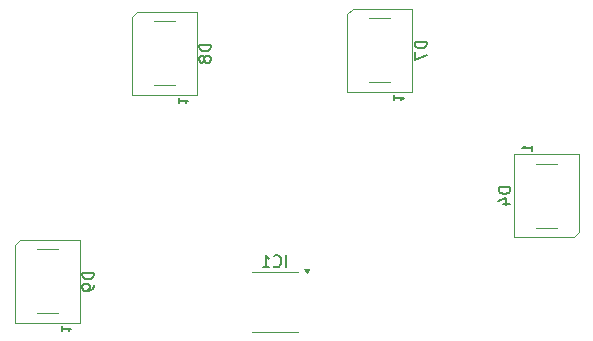
<source format=gbr>
G04 #@! TF.GenerationSoftware,KiCad,Pcbnew,9.0.1*
G04 #@! TF.CreationDate,2025-04-26T02:46:57-04:00*
G04 #@! TF.ProjectId,SwerveModuleBoard,53776572-7665-44d6-9f64-756c65426f61,REV1*
G04 #@! TF.SameCoordinates,Original*
G04 #@! TF.FileFunction,Legend,Bot*
G04 #@! TF.FilePolarity,Positive*
%FSLAX46Y46*%
G04 Gerber Fmt 4.6, Leading zero omitted, Abs format (unit mm)*
G04 Created by KiCad (PCBNEW 9.0.1) date 2025-04-26 02:46:57*
%MOMM*%
%LPD*%
G01*
G04 APERTURE LIST*
%ADD10C,0.150000*%
%ADD11C,0.120000*%
G04 APERTURE END LIST*
D10*
X94604819Y-75461905D02*
X93604819Y-75461905D01*
X93604819Y-75461905D02*
X93604819Y-75700000D01*
X93604819Y-75700000D02*
X93652438Y-75842857D01*
X93652438Y-75842857D02*
X93747676Y-75938095D01*
X93747676Y-75938095D02*
X93842914Y-75985714D01*
X93842914Y-75985714D02*
X94033390Y-76033333D01*
X94033390Y-76033333D02*
X94176247Y-76033333D01*
X94176247Y-76033333D02*
X94366723Y-75985714D01*
X94366723Y-75985714D02*
X94461961Y-75938095D01*
X94461961Y-75938095D02*
X94557200Y-75842857D01*
X94557200Y-75842857D02*
X94604819Y-75700000D01*
X94604819Y-75700000D02*
X94604819Y-75461905D01*
X94033390Y-76604762D02*
X93985771Y-76509524D01*
X93985771Y-76509524D02*
X93938152Y-76461905D01*
X93938152Y-76461905D02*
X93842914Y-76414286D01*
X93842914Y-76414286D02*
X93795295Y-76414286D01*
X93795295Y-76414286D02*
X93700057Y-76461905D01*
X93700057Y-76461905D02*
X93652438Y-76509524D01*
X93652438Y-76509524D02*
X93604819Y-76604762D01*
X93604819Y-76604762D02*
X93604819Y-76795238D01*
X93604819Y-76795238D02*
X93652438Y-76890476D01*
X93652438Y-76890476D02*
X93700057Y-76938095D01*
X93700057Y-76938095D02*
X93795295Y-76985714D01*
X93795295Y-76985714D02*
X93842914Y-76985714D01*
X93842914Y-76985714D02*
X93938152Y-76938095D01*
X93938152Y-76938095D02*
X93985771Y-76890476D01*
X93985771Y-76890476D02*
X94033390Y-76795238D01*
X94033390Y-76795238D02*
X94033390Y-76604762D01*
X94033390Y-76604762D02*
X94081009Y-76509524D01*
X94081009Y-76509524D02*
X94128628Y-76461905D01*
X94128628Y-76461905D02*
X94223866Y-76414286D01*
X94223866Y-76414286D02*
X94414342Y-76414286D01*
X94414342Y-76414286D02*
X94509580Y-76461905D01*
X94509580Y-76461905D02*
X94557200Y-76509524D01*
X94557200Y-76509524D02*
X94604819Y-76604762D01*
X94604819Y-76604762D02*
X94604819Y-76795238D01*
X94604819Y-76795238D02*
X94557200Y-76890476D01*
X94557200Y-76890476D02*
X94509580Y-76938095D01*
X94509580Y-76938095D02*
X94414342Y-76985714D01*
X94414342Y-76985714D02*
X94223866Y-76985714D01*
X94223866Y-76985714D02*
X94128628Y-76938095D01*
X94128628Y-76938095D02*
X94081009Y-76890476D01*
X94081009Y-76890476D02*
X94033390Y-76795238D01*
X91887704Y-79971428D02*
X91887704Y-80428571D01*
X91887704Y-80199999D02*
X92687704Y-80199999D01*
X92687704Y-80199999D02*
X92573419Y-80276190D01*
X92573419Y-80276190D02*
X92497228Y-80352380D01*
X92497228Y-80352380D02*
X92459133Y-80428571D01*
X119954819Y-87511905D02*
X118954819Y-87511905D01*
X118954819Y-87511905D02*
X118954819Y-87750000D01*
X118954819Y-87750000D02*
X119002438Y-87892857D01*
X119002438Y-87892857D02*
X119097676Y-87988095D01*
X119097676Y-87988095D02*
X119192914Y-88035714D01*
X119192914Y-88035714D02*
X119383390Y-88083333D01*
X119383390Y-88083333D02*
X119526247Y-88083333D01*
X119526247Y-88083333D02*
X119716723Y-88035714D01*
X119716723Y-88035714D02*
X119811961Y-87988095D01*
X119811961Y-87988095D02*
X119907200Y-87892857D01*
X119907200Y-87892857D02*
X119954819Y-87750000D01*
X119954819Y-87750000D02*
X119954819Y-87511905D01*
X119288152Y-88940476D02*
X119954819Y-88940476D01*
X118907200Y-88702381D02*
X119621485Y-88464286D01*
X119621485Y-88464286D02*
X119621485Y-89083333D01*
X121762295Y-84478571D02*
X121762295Y-84021428D01*
X121762295Y-84250000D02*
X120962295Y-84250000D01*
X120962295Y-84250000D02*
X121076580Y-84173809D01*
X121076580Y-84173809D02*
X121152771Y-84097619D01*
X121152771Y-84097619D02*
X121190866Y-84021428D01*
X100976189Y-94304819D02*
X100976189Y-93304819D01*
X99928571Y-94209580D02*
X99976190Y-94257200D01*
X99976190Y-94257200D02*
X100119047Y-94304819D01*
X100119047Y-94304819D02*
X100214285Y-94304819D01*
X100214285Y-94304819D02*
X100357142Y-94257200D01*
X100357142Y-94257200D02*
X100452380Y-94161961D01*
X100452380Y-94161961D02*
X100499999Y-94066723D01*
X100499999Y-94066723D02*
X100547618Y-93876247D01*
X100547618Y-93876247D02*
X100547618Y-93733390D01*
X100547618Y-93733390D02*
X100499999Y-93542914D01*
X100499999Y-93542914D02*
X100452380Y-93447676D01*
X100452380Y-93447676D02*
X100357142Y-93352438D01*
X100357142Y-93352438D02*
X100214285Y-93304819D01*
X100214285Y-93304819D02*
X100119047Y-93304819D01*
X100119047Y-93304819D02*
X99976190Y-93352438D01*
X99976190Y-93352438D02*
X99928571Y-93400057D01*
X98976190Y-94304819D02*
X99547618Y-94304819D01*
X99261904Y-94304819D02*
X99261904Y-93304819D01*
X99261904Y-93304819D02*
X99357142Y-93447676D01*
X99357142Y-93447676D02*
X99452380Y-93542914D01*
X99452380Y-93542914D02*
X99547618Y-93590533D01*
X112854819Y-75211905D02*
X111854819Y-75211905D01*
X111854819Y-75211905D02*
X111854819Y-75450000D01*
X111854819Y-75450000D02*
X111902438Y-75592857D01*
X111902438Y-75592857D02*
X111997676Y-75688095D01*
X111997676Y-75688095D02*
X112092914Y-75735714D01*
X112092914Y-75735714D02*
X112283390Y-75783333D01*
X112283390Y-75783333D02*
X112426247Y-75783333D01*
X112426247Y-75783333D02*
X112616723Y-75735714D01*
X112616723Y-75735714D02*
X112711961Y-75688095D01*
X112711961Y-75688095D02*
X112807200Y-75592857D01*
X112807200Y-75592857D02*
X112854819Y-75450000D01*
X112854819Y-75450000D02*
X112854819Y-75211905D01*
X111854819Y-76116667D02*
X111854819Y-76783333D01*
X111854819Y-76783333D02*
X112854819Y-76354762D01*
X110137704Y-79721428D02*
X110137704Y-80178571D01*
X110137704Y-79949999D02*
X110937704Y-79949999D01*
X110937704Y-79949999D02*
X110823419Y-80026190D01*
X110823419Y-80026190D02*
X110747228Y-80102380D01*
X110747228Y-80102380D02*
X110709133Y-80178571D01*
X84704819Y-94761905D02*
X83704819Y-94761905D01*
X83704819Y-94761905D02*
X83704819Y-95000000D01*
X83704819Y-95000000D02*
X83752438Y-95142857D01*
X83752438Y-95142857D02*
X83847676Y-95238095D01*
X83847676Y-95238095D02*
X83942914Y-95285714D01*
X83942914Y-95285714D02*
X84133390Y-95333333D01*
X84133390Y-95333333D02*
X84276247Y-95333333D01*
X84276247Y-95333333D02*
X84466723Y-95285714D01*
X84466723Y-95285714D02*
X84561961Y-95238095D01*
X84561961Y-95238095D02*
X84657200Y-95142857D01*
X84657200Y-95142857D02*
X84704819Y-95000000D01*
X84704819Y-95000000D02*
X84704819Y-94761905D01*
X84704819Y-95809524D02*
X84704819Y-96000000D01*
X84704819Y-96000000D02*
X84657200Y-96095238D01*
X84657200Y-96095238D02*
X84609580Y-96142857D01*
X84609580Y-96142857D02*
X84466723Y-96238095D01*
X84466723Y-96238095D02*
X84276247Y-96285714D01*
X84276247Y-96285714D02*
X83895295Y-96285714D01*
X83895295Y-96285714D02*
X83800057Y-96238095D01*
X83800057Y-96238095D02*
X83752438Y-96190476D01*
X83752438Y-96190476D02*
X83704819Y-96095238D01*
X83704819Y-96095238D02*
X83704819Y-95904762D01*
X83704819Y-95904762D02*
X83752438Y-95809524D01*
X83752438Y-95809524D02*
X83800057Y-95761905D01*
X83800057Y-95761905D02*
X83895295Y-95714286D01*
X83895295Y-95714286D02*
X84133390Y-95714286D01*
X84133390Y-95714286D02*
X84228628Y-95761905D01*
X84228628Y-95761905D02*
X84276247Y-95809524D01*
X84276247Y-95809524D02*
X84323866Y-95904762D01*
X84323866Y-95904762D02*
X84323866Y-96095238D01*
X84323866Y-96095238D02*
X84276247Y-96190476D01*
X84276247Y-96190476D02*
X84228628Y-96238095D01*
X84228628Y-96238095D02*
X84133390Y-96285714D01*
X81987704Y-99271428D02*
X81987704Y-99728571D01*
X81987704Y-99499999D02*
X82787704Y-99499999D01*
X82787704Y-99499999D02*
X82673419Y-99576190D01*
X82673419Y-99576190D02*
X82597228Y-99652380D01*
X82597228Y-99652380D02*
X82559133Y-99728571D01*
D11*
X87900000Y-73150000D02*
X88350000Y-72700000D01*
X87900000Y-79700000D02*
X87900000Y-73150000D01*
X88350000Y-72700000D02*
X93400000Y-72700000D01*
X89750000Y-73500000D02*
X91550000Y-73500000D01*
X89750000Y-78900000D02*
X91550000Y-78900000D01*
X93400000Y-79700000D02*
X87900000Y-79700000D01*
X93400000Y-79700000D02*
X93400000Y-72700000D01*
X120250000Y-84750000D02*
X120250000Y-91750000D01*
X120250000Y-84750000D02*
X125750000Y-84750000D01*
X123900000Y-85550000D02*
X122100000Y-85550000D01*
X123900000Y-90950000D02*
X122100000Y-90950000D01*
X125300000Y-91750000D02*
X120250000Y-91750000D01*
X125750000Y-84750000D02*
X125750000Y-91300000D01*
X125750000Y-91300000D02*
X125300000Y-91750000D01*
X100000000Y-94690000D02*
X98050000Y-94690000D01*
X100000000Y-94690000D02*
X101950000Y-94690000D01*
X100000000Y-99810000D02*
X98050000Y-99810000D01*
X100000000Y-99810000D02*
X101950000Y-99810000D01*
X102700000Y-94785000D02*
X102460000Y-94455000D01*
X102940000Y-94455000D01*
X102700000Y-94785000D01*
G36*
X102700000Y-94785000D02*
G01*
X102460000Y-94455000D01*
X102940000Y-94455000D01*
X102700000Y-94785000D01*
G37*
X106150000Y-72900000D02*
X106600000Y-72450000D01*
X106150000Y-79450000D02*
X106150000Y-72900000D01*
X106600000Y-72450000D02*
X111650000Y-72450000D01*
X108000000Y-73250000D02*
X109800000Y-73250000D01*
X108000000Y-78650000D02*
X109800000Y-78650000D01*
X111650000Y-79450000D02*
X106150000Y-79450000D01*
X111650000Y-79450000D02*
X111650000Y-72450000D01*
X78000000Y-92450000D02*
X78450000Y-92000000D01*
X78000000Y-99000000D02*
X78000000Y-92450000D01*
X78450000Y-92000000D02*
X83500000Y-92000000D01*
X79850000Y-92800000D02*
X81650000Y-92800000D01*
X79850000Y-98200000D02*
X81650000Y-98200000D01*
X83500000Y-99000000D02*
X78000000Y-99000000D01*
X83500000Y-99000000D02*
X83500000Y-92000000D01*
M02*

</source>
